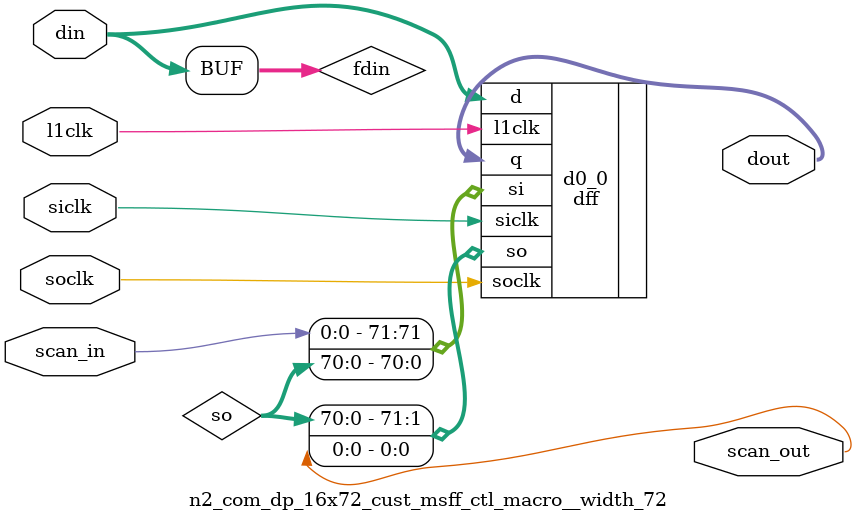
<source format=v>
`define OUTFLOP_n2_com_dp_16x72_cust  TRUE		



module n2_com_dp_16x72_cust (
  wr_adr, 
  wr_en, 
  rd_adr, 
  rd_en, 
  din, 
  dout, 
  rdclk, 
  wrclk, 
  scan_in, 
  tcu_pce_ov, 
  tcu_aclk, 
  tcu_bclk, 
  tcu_array_wr_inhibit, 
  tcu_se_scancollar_in, 
  tcu_se_scancollar_out, 
  bist_clk_mux_sel, 
  rd_pce, 
  wr_pce, 
  scan_out);
wire rd_lce;
wire wr_lce;
wire rdclk_in;
wire wrclk_in;
wire rdclk_free;
wire wrclk_free;
wire rdclk_out;
wire dff_wr_addr_scanin;
wire dff_wr_addr_scanout;
wire [3:0] wr_adr_d1;
wire [3:1] dff_rd_addr_scan;
wire dff_rd_addr_scanin;
wire dff_rd_addr_scanout;
wire [3:0] rd_adr_d1;
wire [3:0] rd_adr_mq_l_unused;
wire [3:0] rd_adr_q_unused;
wire [3:0] rd_adr_q_l_unused;
wire dff_rd_en_scanin;
wire dff_rd_en_scanout;
wire rd_en_d1;
wire rd_en_mq_l_unused;
wire rd_en_q_unused;
wire rd_en_q_l_unused;
wire dff_wr_en_scanin;
wire dff_wr_en_scanout;
wire wr_en_d1;
wire [35:1] dff_din_hi_scan;
wire dff_din_hi_scanin;
wire dff_din_hi_scanout;
wire [71:0] din_d1;
wire [35:1] dff_din_lo_scan;
wire dff_din_lo_scanin;
wire dff_din_lo_scanout;
wire wr_inh_;
wire rd_en_d1_qual;
wire wr_en_d1_qual;
wire [71:0] local_dout;
wire dff_dout_scanin;
wire dff_dout_scanout;
		
input	[3:0]	wr_adr;
input			wr_en;
input	[3:0]	rd_adr;
input			rd_en;
input	[71:0] 	din;
output	[71:0]	dout;
input		rdclk;
input		wrclk;
input		scan_in;
input		tcu_pce_ov;
input		tcu_aclk;
input		tcu_bclk;
input		tcu_array_wr_inhibit;
input		tcu_se_scancollar_in;

input		tcu_se_scancollar_out;

input		bist_clk_mux_sel;
input		rd_pce;
input		wr_pce;
output		scan_out;

// synopsys translate_off

wire pce_ov	= tcu_pce_ov;
wire siclk	= tcu_aclk;
wire soclk	= tcu_bclk;
//================================================
// Clock headers
//================================================
cl_mc1_bistlatch_4x rd_pce_lat (
	.l2clk	(rdclk),
	.pce	(rd_pce),
	.pce_ov	(pce_ov),
	.lce	(rd_lce)
);
cl_mc1_bistlatch_4x wr_pce_lat (
	.l2clk	(wrclk),
	.pce	(wr_pce),
	.pce_ov	(pce_ov),
	.lce	(wr_lce)
);
cl_mc1_bistl1hdr_8x rch_in (
        .l2clk  (rdclk), 
        .se     (tcu_se_scancollar_in),
	.clksel	(bist_clk_mux_sel),
	.bistclk(rdclk),
	.lce	(rd_lce),
        .l1clk  (rdclk_in)
);
cl_mc1_bistl1hdr_8x wch_in (
        .l2clk  (wrclk), 
        .se     (tcu_se_scancollar_in),
	.clksel	(bist_clk_mux_sel),
	.bistclk(rdclk),
	.lce	(wr_lce),
        .l1clk  (wrclk_in)
);
cl_mc1_bistl1hdr_8x rch_free (
        .l2clk  (rdclk), 
        .se     (1'b0),
	.clksel	(bist_clk_mux_sel),
	.bistclk(rdclk),
	.lce	(rd_lce),
        .l1clk  (rdclk_free)
);
cl_mc1_bistl1hdr_8x wch_free (
        .l2clk  (wrclk), 
        .se     (1'b0),
	.clksel	(bist_clk_mux_sel),
	.bistclk(rdclk),
	.lce	(wr_lce),
        .l1clk  (wrclk_free)
);

cl_mc1_bistl1hdr_8x rch_out (
        .l2clk  (rdclk), 
        .se     (tcu_se_scancollar_out),
	.clksel	(bist_clk_mux_sel),
	.bistclk(rdclk),
	.lce	(rd_lce),
        .l1clk  (rdclk_out)
);

///////////////////////////////////////////////////////////////
// Flop the inputs                                           //
///////////////////////////////////////////////////////////////
n2_com_dp_16x72_cust_msff_ctl_macro__width_4 dff_wr_addr  (
	.scan_in	(dff_wr_addr_scanin),
	.scan_out	(dff_wr_addr_scanout),
	.l1clk		(wrclk_in),
	.din		(wr_adr[3:0]),
	.dout		(wr_adr_d1[3:0]),
  .siclk(siclk),
  .soclk(soclk)
);
n2_com_dp_16x72_cust_sram_msff_mo_macro__fs_1__width_4 dff_rd_addr   (
	.scan_in	({dff_rd_addr_scan[3:1],dff_rd_addr_scanin}),
	.scan_out	({dff_rd_addr_scanout,dff_rd_addr_scan[3:1]}),
	.l1clk		(rdclk_in),
	.and_clk	(rdclk_in),
	.d		(rd_adr[3:0]),
	.mq		(rd_adr_d1[3:0]),
	.mq_l		(rd_adr_mq_l_unused[3:0]),
	.q		(rd_adr_q_unused[3:0]),
	.q_l		(rd_adr_q_l_unused[3:0]),
  .siclk(siclk),
  .soclk(soclk)
);
n2_com_dp_16x72_cust_sram_msff_mo_macro__width_1 dff_rd_en  (
	.scan_in	(dff_rd_en_scanin),
	.scan_out	(dff_rd_en_scanout),
	.l1clk		(rdclk_in),
	.and_clk	(rdclk_in),
	.d		(rd_en),
	.mq		(rd_en_d1),
	.mq_l		(rd_en_mq_l_unused),
	.q		(rd_en_q_unused),
	.q_l		(rd_en_q_l_unused),
  .siclk(siclk),
  .soclk(soclk)
);
n2_com_dp_16x72_cust_msff_ctl_macro__width_1 dff_wr_en  (
	.scan_in	(dff_wr_en_scanin),
	.scan_out	(dff_wr_en_scanout),
	.l1clk		(wrclk_in),
	.din		(wr_en),
	.dout		(wr_en_d1),
  .siclk(siclk),
  .soclk(soclk)
);
n2_com_dp_16x72_cust_msff_ctl_macro__fs_1__width_36 dff_din_hi   (
	.scan_in	({dff_din_hi_scan[35:1],dff_din_hi_scanin}),
	.scan_out	({dff_din_hi_scanout,dff_din_hi_scan[35:1]}),
	.l1clk		(wrclk_in),
	.din		(din[71:36]),
	.dout		(din_d1[71:36]),
  .siclk(siclk),
  .soclk(soclk)
);
n2_com_dp_16x72_cust_msff_ctl_macro__fs_1__width_36 dff_din_lo   (
	.scan_in	({dff_din_lo_scan[35:1],dff_din_lo_scanin}),
	.scan_out	({dff_din_lo_scanout,dff_din_lo_scan[35:1]}),
	.l1clk		(wrclk_in),
	.din		(din[35:0]),
	.dout		(din_d1[35:0]),
  .siclk(siclk),
  .soclk(soclk)
);
n2_com_dp_16x72_cust_inv_macro__width_1 wr_inh_inv  (
	.din		(tcu_array_wr_inhibit),
	.dout		(wr_inh_)
);
n2_com_dp_16x72_cust_and_macro__width_2 enable_qual  (
	.din0		({2{wr_inh_}}),
	.din1		({rd_en_d1,wr_en_d1}),
	.dout		({rd_en_d1_qual,wr_en_d1_qual})
);
n2_com_dp_16x72_cust_n2_com_array_macro__rows_16__width_72__z_array array    (
	.rclk	(rdclk_free),
	.wclk	(wrclk_free),
	.wr_adr (wr_adr_d1[3:0]),
	.wr_en	(wr_en_d1_qual),
	.rd_adr (rd_adr_d1[3:0]),
	.rd_en	(rd_en_d1_qual),
	.din	(din_d1[71:0]),
	.dout	(local_dout[71:0])
);

n2_com_dp_16x72_cust_msff_ctl_macro__width_72 dff_dout  (
	.scan_in	(dff_dout_scanin),
	.scan_out	(dff_dout_scanout),
	.l1clk		(rdclk_out),
	.din		(local_dout[71:0]),
	.dout		(dout[71:0]),
  .siclk(siclk),
  .soclk(soclk)
);


supply0 vss;
supply1 vdd;

// fixscan start:
assign dff_wr_addr_scanin         = scan_in                  ;
assign dff_rd_addr_scanin         = dff_wr_addr_scanout      ;
assign dff_wr_en_scanin           = dff_rd_addr_scanout      ;
assign dff_rd_en_scanin           = dff_wr_en_scanout        ;
assign dff_din_lo_scanin          = dff_rd_en_scanout        ;
assign dff_din_hi_scanin          = dff_din_lo_scanout       ;
assign dff_dout_scanin            = dff_din_hi_scanout       ;
assign scan_out                   = dff_dout_scanout         ;
// fixscan end:

// synopsys translate_on

endmodule







// any PARAMS parms go into naming of macro

module n2_com_dp_16x72_cust_msff_ctl_macro__width_4 (
  din, 
  l1clk, 
  scan_in, 
  siclk, 
  soclk, 
  dout, 
  scan_out);
wire [3:0] fdin;
wire [2:0] so;

  input [3:0] din;
  input l1clk;
  input scan_in;


  input siclk;
  input soclk;

  output [3:0] dout;
  output scan_out;
assign fdin[3:0] = din[3:0];






dff #(4)  d0_0 (
.l1clk(l1clk),
.siclk(siclk),
.soclk(soclk),
.d(fdin[3:0]),
.si({scan_in,so[2:0]}),
.so({so[2:0],scan_out}),
.q(dout[3:0])
);












endmodule









//
//   macro for cl_mc1_sram_msff_mo_{16,8,4}x flops
//
//





module n2_com_dp_16x72_cust_sram_msff_mo_macro__fs_1__width_4 (
  d, 
  scan_in, 
  l1clk, 
  and_clk, 
  siclk, 
  soclk, 
  mq, 
  mq_l, 
  scan_out, 
  q, 
  q_l);
input [3:0] d;
  input [3:0] scan_in;
input l1clk;
input and_clk;
input siclk;
input soclk;
output [3:0] mq;
output [3:0] mq_l;
  output [3:0] scan_out;
output [3:0] q;
output [3:0] q_l;






new_dlata #(4)  d0_0 (
.d(d[3:0]),
.si(scan_in[3:0]),
.so(scan_out[3:0]),
.l1clk(l1clk),
.and_clk(and_clk),
.siclk(siclk),
.soclk(soclk),
.q(q[3:0]),
.q_l(q_l[3:0]),
.mq(mq[3:0]),
.mq_l(mq_l[3:0])
);










//place::generic_place($width,$stack,$left);

endmodule





//
//   macro for cl_mc1_sram_msff_mo_{16,8,4}x flops
//
//





module n2_com_dp_16x72_cust_sram_msff_mo_macro__width_1 (
  d, 
  scan_in, 
  l1clk, 
  and_clk, 
  siclk, 
  soclk, 
  mq, 
  mq_l, 
  scan_out, 
  q, 
  q_l);
input [0:0] d;
  input scan_in;
input l1clk;
input and_clk;
input siclk;
input soclk;
output [0:0] mq;
output [0:0] mq_l;
  output scan_out;
output [0:0] q;
output [0:0] q_l;






new_dlata #(1)  d0_0 (
.d(d[0:0]),
.si(scan_in),
.so(scan_out),
.l1clk(l1clk),
.and_clk(and_clk),
.siclk(siclk),
.soclk(soclk),
.q(q[0:0]),
.q_l(q_l[0:0]),
.mq(mq[0:0]),
.mq_l(mq_l[0:0])
);










//place::generic_place($width,$stack,$left);

endmodule









// any PARAMS parms go into naming of macro

module n2_com_dp_16x72_cust_msff_ctl_macro__width_1 (
  din, 
  l1clk, 
  scan_in, 
  siclk, 
  soclk, 
  dout, 
  scan_out);
wire [0:0] fdin;

  input [0:0] din;
  input l1clk;
  input scan_in;


  input siclk;
  input soclk;

  output [0:0] dout;
  output scan_out;
assign fdin[0:0] = din[0:0];






dff #(1)  d0_0 (
.l1clk(l1clk),
.siclk(siclk),
.soclk(soclk),
.d(fdin[0:0]),
.si(scan_in),
.so(scan_out),
.q(dout[0:0])
);












endmodule













// any PARAMS parms go into naming of macro

module n2_com_dp_16x72_cust_msff_ctl_macro__fs_1__width_36 (
  din, 
  l1clk, 
  scan_in, 
  siclk, 
  soclk, 
  dout, 
  scan_out);
wire [35:0] fdin;

  input [35:0] din;
  input l1clk;
  input [35:0] scan_in;


  input siclk;
  input soclk;

  output [35:0] dout;
  output [35:0] scan_out;
assign fdin[35:0] = din[35:0];






dff #(36)  d0_0 (
.l1clk(l1clk),
.siclk(siclk),
.soclk(soclk),
.d(fdin[35:0]),
.si(scan_in[35:0]),
.so(scan_out[35:0]),
.q(dout[35:0])
);












endmodule









//
//   invert macro
//
//





module n2_com_dp_16x72_cust_inv_macro__width_1 (
  din, 
  dout);
  input [0:0] din;
  output [0:0] dout;






inv #(1)  d0_0 (
.in(din[0:0]),
.out(dout[0:0])
);









endmodule





//  
//   and macro for ports = 2,3,4
//
//





module n2_com_dp_16x72_cust_and_macro__width_2 (
  din0, 
  din1, 
  dout);
  input [1:0] din0;
  input [1:0] din1;
  output [1:0] dout;






and2 #(2)  d0_0 (
.in0(din0[1:0]),
.in1(din1[1:0]),
.out(dout[1:0])
);









endmodule










module n2_com_dp_16x72_cust_n2_com_array_macro__rows_16__width_72__z_array (
  rclk, 
  wclk, 
  rd_adr, 
  rd_en, 
  wr_en, 
  wr_adr, 
  din, 
  dout);

input		rclk;
input		wclk;
input	[3:0]	rd_adr;
input		rd_en;
input		wr_en;
input	[3:0]	wr_adr;
input	[72-1:0]	din;
output	[72-1:0]	dout; 



reg	[72-1:0]	mem[16-1:0];
reg	[72-1:0]	local_dout;

`ifndef NOINITMEM
// Emulate reset
integer i;
initial begin
 for (i=0; i<16; i=i+1) begin
   mem[i] = 72'b0;
 end
 local_dout = 72'b0;
end
`endif
//////////////////////
// Read/write array
//////////////////////
always @(negedge wclk) begin
   if (wr_en) begin
       mem[wr_adr] <= din;


   end
end
always @(rclk or rd_en or wr_en or rd_adr or wr_adr) begin
   if (rclk) begin
     if (rd_en) begin
         if (wr_en & (wr_adr[3:0] == rd_adr[3:0]))
             local_dout[72-1:0] <= 72'hx;
         else
             local_dout[72-1:0] <= mem[rd_adr] ;
     end
     else
             local_dout[72-1:0] <= ~(72'h0);
  end
end
assign dout[72-1:0] = local_dout[72-1:0];
supply0 vss;
supply1 vdd;




endmodule 






// any PARAMS parms go into naming of macro

module n2_com_dp_16x72_cust_msff_ctl_macro__width_72 (
  din, 
  l1clk, 
  scan_in, 
  siclk, 
  soclk, 
  dout, 
  scan_out);
wire [71:0] fdin;
wire [70:0] so;

  input [71:0] din;
  input l1clk;
  input scan_in;


  input siclk;
  input soclk;

  output [71:0] dout;
  output scan_out;
assign fdin[71:0] = din[71:0];






dff #(72)  d0_0 (
.l1clk(l1clk),
.siclk(siclk),
.soclk(soclk),
.d(fdin[71:0]),
.si({scan_in,so[70:0]}),
.so({so[70:0],scan_out}),
.q(dout[71:0])
);












endmodule









</source>
